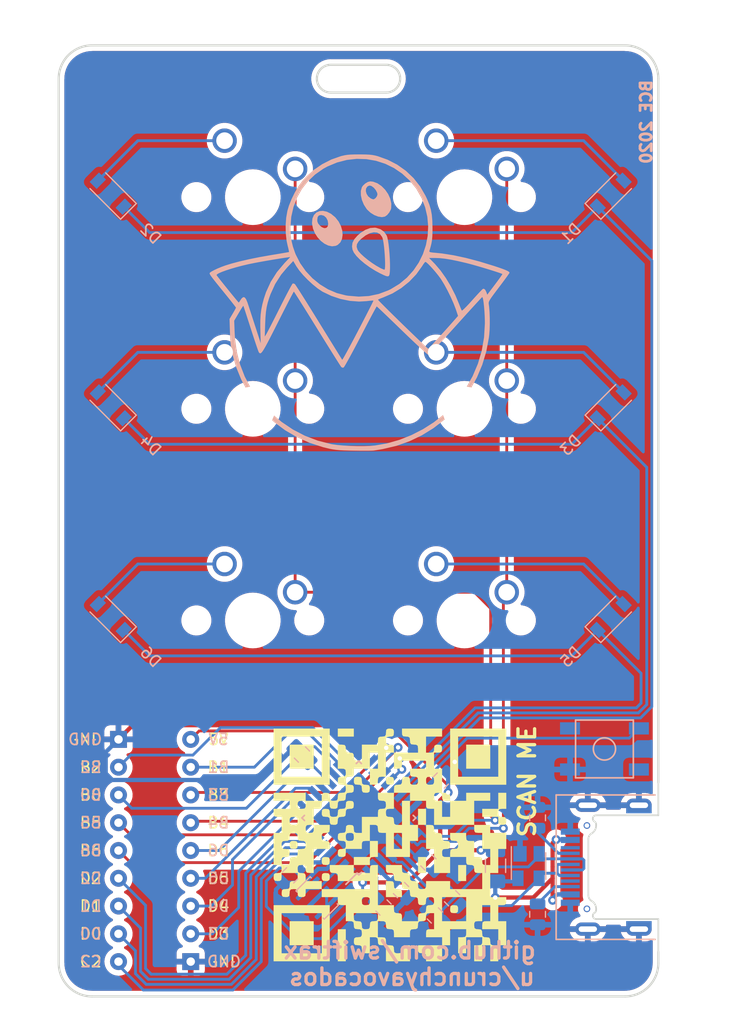
<source format=kicad_pcb>
(kicad_pcb (version 20200119) (host pcbnew "(5.99.0-1351-gc977addfa)")
  (layers (0 "F.Cu" signal) (31 "B.Cu" signal) (34 "B.Paste" user) (35 "F.Paste" user) (36 "B.SilkS" user) (37 "F.SilkS" user) (38 "B.Mask" user) (39 "F.Mask" user) (44 "Edge.Cuts" user))
  (net 0 "")
  (net 1 "GND")
  (net 2 "Net-(C1-Pad1)")
  (net 3 "VCC")
  (net 4 "D-")
  (net 5 "D+")
  (net 6 "Net-(J1-PadB8)")
  (net 7 "Net-(J1-PadA5)")
  (net 8 "Net-(J1-PadB5)")
  (net 9 "Net-(J1-PadA8)")
  (net 10 "Net-(R1-Pad2)")
  (net 11 "Net-(R4-Pad2)")
  (net 12 "Net-(R5-Pad2)")
  (net 13 "Net-(R6-Pad1)")
  (net 14 "Net-(U1-Pad2)")
  (net 15 "Net-(U1-Pad1)")
  (net 16 "5V")
  (net 17 "B6")
  (net 18 "B5")
  (net 19 "B4")
  (net 20 "B3")
  (net 21 "B2")
  (net 22 "B1")
  (net 23 "B0")
  (net 24 "D6")
  (net 25 "D5")
  (net 26 "D4")
  (net 27 "D3")
  (net 28 "D2")
  (net 29 "D1")
  (net 30 "D0")
  (net 31 "C2")
  (net 32 "Net-(D2-Pad2)")
  (net 33 "row0")
  (net 34 "Net-(D3-Pad2)")
  (net 35 "Net-(D4-Pad2)")
  (net 36 "Net-(D5-Pad2)")
  (net 37 "row1")
  (net 38 "Net-(D6-Pad2)")
  (net 39 "row2")
  (net 40 "col0")
  (net 41 "col1")
  (net 42 "Net-(D1-Pad2)")
  (module "proj_local:QRCode" (layer "F.Cu") (at 141.6304 121.6152)
    (fp_text reference "G***")
    (fp_text value "LOGO" hide)
  )
  (module "proj_local:ChickenSilkScreen" (layer "B.Cu") (at 138.8872 72.7964 180)
    (fp_text reference "G***")
    (fp_text value "LOGO" hide)
  )
  (module "proj_local:BreakOutPins" (layer "F.Cu") (at 117.1956 112.1156)
    (fp_text reference "J2")
    (fp_text value "Conn_01x18_Female")
    (fp_text user "5V" (at 9 0 unlocked) (layer "B.SilkS") (effects (justify mirror)))
    (fp_text user "B1" (at 9 2.5 unlocked) (layer "B.SilkS") (effects (justify mirror)))
    (fp_text user "B3" (at 9 5 unlocked) (layer "B.SilkS") (effects (justify mirror)))
    (fp_text user "B4" (at 9 7.5 unlocked) (layer "B.SilkS") (effects (justify mirror)))
    (fp_text user "D6" (at 9 10 unlocked) (layer "B.SilkS") (effects (justify mirror)))
    (fp_text user "D5" (at 9 12.5 unlocked) (layer "B.SilkS") (effects (justify mirror)))
    (fp_text user "D4" (at 9 15 unlocked) (layer "B.SilkS") (effects (justify mirror)))
    (fp_text user "D3" (at 9 17.5 unlocked) (layer "B.SilkS") (effects (justify mirror)))
    (fp_text user "GND" (at 9.5 20 unlocked) (layer "B.SilkS") (effects (justify mirror)))
    (fp_text user "C2" (at -2.5 20 unlocked) (layer "B.SilkS") (effects (justify mirror)))
    (fp_text user "D0" (at -2.5 17.5 unlocked) (layer "B.SilkS") (effects (justify mirror)))
    (fp_text user "D1" (at -2.5 15 unlocked) (layer "B.SilkS") (effects (justify mirror)))
    (fp_text user "D2" (at -2.5 12.5 unlocked) (layer "B.SilkS") (effects (justify mirror)))
    (fp_text user "B6" (at -2.5 10 unlocked) (layer "B.SilkS") (effects (justify mirror)))
    (fp_text user "B5" (at -2.5 7.5 unlocked) (layer "B.SilkS") (effects (justify mirror)))
    (fp_text user "B0" (at -2.5 5 unlocked) (layer "B.SilkS") (effects (justify mirror)))
    (fp_text user "B2" (at -2.5 2.5 unlocked) (layer "B.SilkS") (effects (justify mirror)))
    (fp_text user "GND" (at -3 0 unlocked) (layer "B.SilkS") (effects (justify mirror)))
    (fp_text user "D6" (at 9 10 unlocked) (layer "F.SilkS"))
    (fp_text user "D5" (at 9 12.5 unlocked) (layer "F.SilkS"))
    (fp_text user "D4" (at 9 15 unlocked) (layer "F.SilkS"))
    (fp_text user "D3" (at 9 17.5 unlocked) (layer "F.SilkS"))
    (fp_text user "D2" (at -2.5 12.5 unlocked) (layer "F.SilkS"))
    (fp_text user "D1" (at -2.5 15 unlocked) (layer "F.SilkS"))
    (fp_text user "D0" (at -2.5 17.5 unlocked) (layer "F.SilkS"))
    (fp_text user "C2" (at -2.5 20 unlocked) (layer "F.SilkS"))
    (fp_text user "B6" (at -2.5 10 unlocked) (layer "F.SilkS"))
    (fp_text user "B5" (at -2.5 7.5 unlocked) (layer "F.SilkS"))
    (fp_text user "B4" (at 9 7.5 unlocked) (layer "F.SilkS"))
    (fp_text user "B3" (at 9 5 unlocked) (layer "F.SilkS"))
    (fp_text user "B2" (at -2.5 2.5 unlocked) (layer "F.SilkS"))
    (fp_text user "B1" (at 9 2.5 unlocked) (layer "F.SilkS"))
    (fp_text user "B0" (at -2.5 5 unlocked) (layer "F.SilkS"))
    (fp_text user "5V" (at 9 0 unlocked) (layer "F.SilkS"))
    (fp_text user "GND" (at 9.5 20 unlocked) (layer "F.SilkS"))
    (fp_text user "GND" (at -3 0 unlocked) (layer "F.SilkS"))
    (pad "12" thru_hole circle (at 6.5 5) (size 1.524 1.524) (drill 0.762) (layers *.Cu *.Mask) (net 20 "B3"))
    (pad "10" thru_hole circle (at 6.5 0) (size 1.524 1.524) (drill 0.762) (layers *.Cu *.Mask) (net 16 "5V"))
    (pad "11" thru_hole circle (at 6.5 2.5) (size 1.524 1.524) (drill 0.762) (layers *.Cu *.Mask) (net 22 "B1"))
    (pad "16" thru_hole circle (at 6.5 15) (size 1.524 1.524) (drill 0.762) (layers *.Cu *.Mask) (net 26 "D4"))
    (pad "14" thru_hole circle (at 6.5 10) (size 1.524 1.524) (drill 0.762) (layers *.Cu *.Mask) (net 24 "D6"))
    (pad "15" thru_hole circle (at 6.5 12.5) (size 1.524 1.524) (drill 0.762) (layers *.Cu *.Mask) (net 25 "D5"))
    (pad "17" thru_hole circle (at 6.5 17.5) (size 1.524 1.524) (drill 0.762) (layers *.Cu *.Mask) (net 27 "D3"))
    (pad "18" thru_hole rect (at 6.5 20) (size 1.524 1.524) (drill 0.762) (layers *.Cu *.Mask) (net 1 "GND"))
    (pad "13" thru_hole circle (at 6.5 7.5) (size 1.524 1.524) (drill 0.762) (layers *.Cu *.Mask) (net 19 "B4"))
    (pad "9" thru_hole circle (at 0 20) (size 1.524 1.524) (drill 0.762) (layers *.Cu *.Mask) (net 31 "C2"))
    (pad "8" thru_hole circle (at 0 17.5) (size 1.524 1.524) (drill 0.762) (layers *.Cu *.Mask) (net 30 "D0"))
    (pad "7" thru_hole circle (at 0 15) (size 1.524 1.524) (drill 0.762) (layers *.Cu *.Mask) (net 29 "D1"))
    (pad "6" thru_hole circle (at 0 12.5) (size 1.524 1.524) (drill 0.762) (layers *.Cu *.Mask) (net 28 "D2"))
    (pad "5" thru_hole circle (at 0 10) (size 1.524 1.524) (drill 0.762) (layers *.Cu *.Mask) (net 17 "B6"))
    (pad "4" thru_hole circle (at 0 7.5) (size 1.524 1.524) (drill 0.762) (layers *.Cu *.Mask) (net 18 "B5"))
    (pad "3" thru_hole circle (at 0 5) (size 1.524 1.524) (drill 0.762) (layers *.Cu *.Mask) (net 23 "B0"))
    (pad "2" thru_hole circle (at 0 2.5) (size 1.524 1.524) (drill 0.762) (layers *.Cu *.Mask) (net 21 "B2"))
    (pad "1" thru_hole rect (at 0 0) (size 1.524 1.524) (drill 0.762) (layers *.Cu *.Mask) (net 1 "GND"))
  )
  (module "proj_local:SKQG-1155865" (layer "B.Cu") (at 160.940671 112.975 180)
    (fp_text reference "SW1")
    (fp_text value "SW_Push")
    (pad "4" smd rect (at -3.1 -1.85 180) (size 1.8 1.1) (layers "B.Cu" "B.Paste" "B.Mask"))
    (pad "3" smd rect (at 3.1 1.85 180) (size 1.8 1.1) (layers "B.Cu" "B.Paste" "B.Mask"))
    (pad "2" smd rect (at -3.1 1.85 180) (size 1.8 1.1) (layers "B.Cu" "B.Paste" "B.Mask") (net 10 "Net-(R1-Pad2)"))
    (pad "1" smd rect (at 3.1 -1.85 180) (size 1.8 1.1) (layers "B.Cu" "B.Paste" "B.Mask") (net 1 "GND"))
  )
  (module "Button_Switch_Keyboard:SW_Cherry_MX_1.00u_PCB" (layer "B.Cu") (at 126.746 96.3295 180)
    (fp_text reference "SW7")
    (fp_text value "SW_Push")
    (pad "" np_thru_hole circle (at 2.54 -5.08 180) (size 1.7 1.7) (drill 1.7) (layers *.Cu *.Mask))
    (pad "" np_thru_hole circle (at -7.62 -5.08 180) (size 1.7 1.7) (drill 1.7) (layers *.Cu *.Mask))
    (pad "" np_thru_hole circle (at -2.54 -5.08 180) (size 4 4) (drill 4) (layers *.Cu *.Mask))
    (pad "2" thru_hole circle (at -6.35 -2.54 180) (size 2.2 2.2) (drill 1.5) (layers *.Cu *.Mask) (net 41 "col1"))
    (pad "1" thru_hole circle (at 0 0 180) (size 2.2 2.2) (drill 1.5) (layers *.Cu *.Mask) (net 38 "Net-(D6-Pad2)"))
  )
  (module "Button_Switch_Keyboard:SW_Cherry_MX_1.00u_PCB" (layer "B.Cu") (at 145.796 96.3295 180)
    (fp_text reference "SW6")
    (fp_text value "SW_Push")
    (pad "" np_thru_hole circle (at 2.54 -5.08 180) (size 1.7 1.7) (drill 1.7) (layers *.Cu *.Mask))
    (pad "" np_thru_hole circle (at -7.62 -5.08 180) (size 1.7 1.7) (drill 1.7) (layers *.Cu *.Mask))
    (pad "" np_thru_hole circle (at -2.54 -5.08 180) (size 4 4) (drill 4) (layers *.Cu *.Mask))
    (pad "2" thru_hole circle (at -6.35 -2.54 180) (size 2.2 2.2) (drill 1.5) (layers *.Cu *.Mask) (net 40 "col0"))
    (pad "1" thru_hole circle (at 0 0 180) (size 2.2 2.2) (drill 1.5) (layers *.Cu *.Mask) (net 36 "Net-(D5-Pad2)"))
  )
  (module "Button_Switch_Keyboard:SW_Cherry_MX_1.00u_PCB" (layer "B.Cu") (at 126.746 77.2795 180)
    (fp_text reference "SW5")
    (fp_text value "SW_Push")
    (pad "" np_thru_hole circle (at 2.54 -5.08 180) (size 1.7 1.7) (drill 1.7) (layers *.Cu *.Mask))
    (pad "" np_thru_hole circle (at -7.62 -5.08 180) (size 1.7 1.7) (drill 1.7) (layers *.Cu *.Mask))
    (pad "" np_thru_hole circle (at -2.54 -5.08 180) (size 4 4) (drill 4) (layers *.Cu *.Mask))
    (pad "2" thru_hole circle (at -6.35 -2.54 180) (size 2.2 2.2) (drill 1.5) (layers *.Cu *.Mask) (net 41 "col1"))
    (pad "1" thru_hole circle (at 0 0 180) (size 2.2 2.2) (drill 1.5) (layers *.Cu *.Mask) (net 35 "Net-(D4-Pad2)"))
  )
  (module "Button_Switch_Keyboard:SW_Cherry_MX_1.00u_PCB" (layer "B.Cu") (at 145.796 77.2795 180)
    (fp_text reference "SW4")
    (fp_text value "SW_Push")
    (pad "" np_thru_hole circle (at 2.54 -5.08 180) (size 1.7 1.7) (drill 1.7) (layers *.Cu *.Mask))
    (pad "" np_thru_hole circle (at -7.62 -5.08 180) (size 1.7 1.7) (drill 1.7) (layers *.Cu *.Mask))
    (pad "" np_thru_hole circle (at -2.54 -5.08 180) (size 4 4) (drill 4) (layers *.Cu *.Mask))
    (pad "2" thru_hole circle (at -6.35 -2.54 180) (size 2.2 2.2) (drill 1.5) (layers *.Cu *.Mask) (net 40 "col0"))
    (pad "1" thru_hole circle (at 0 0 180) (size 2.2 2.2) (drill 1.5) (layers *.Cu *.Mask) (net 34 "Net-(D3-Pad2)"))
  )
  (module "Button_Switch_Keyboard:SW_Cherry_MX_1.00u_PCB" (layer "B.Cu") (at 126.746 58.2295 180)
    (fp_text reference "SW3")
    (fp_text value "SW_Push")
    (pad "" np_thru_hole circle (at 2.54 -5.08 180) (size 1.7 1.7) (drill 1.7) (layers *.Cu *.Mask))
    (pad "" np_thru_hole circle (at -7.62 -5.08 180) (size 1.7 1.7) (drill 1.7) (layers *.Cu *.Mask))
    (pad "" np_thru_hole circle (at -2.54 -5.08 180) (size 4 4) (drill 4) (layers *.Cu *.Mask))
    (pad "2" thru_hole circle (at -6.35 -2.54 180) (size 2.2 2.2) (drill 1.5) (layers *.Cu *.Mask) (net 41 "col1"))
    (pad "1" thru_hole circle (at 0 0 180) (size 2.2 2.2) (drill 1.5) (layers *.Cu *.Mask) (net 32 "Net-(D2-Pad2)"))
  )
  (module "Button_Switch_Keyboard:SW_Cherry_MX_1.00u_PCB" (layer "B.Cu") (at 145.796 58.2295 180)
    (fp_text reference "SW2")
    (fp_text value "SW_Push")
    (pad "" np_thru_hole circle (at 2.54 -5.08 180) (size 1.7 1.7) (drill 1.7) (layers *.Cu *.Mask))
    (pad "" np_thru_hole circle (at -7.62 -5.08 180) (size 1.7 1.7) (drill 1.7) (layers *.Cu *.Mask))
    (pad "" np_thru_hole circle (at -2.54 -5.08 180) (size 4 4) (drill 4) (layers *.Cu *.Mask))
    (pad "2" thru_hole circle (at -6.35 -2.54 180) (size 2.2 2.2) (drill 1.5) (layers *.Cu *.Mask) (net 40 "col0"))
    (pad "1" thru_hole circle (at 0 0 180) (size 2.2 2.2) (drill 1.5) (layers *.Cu *.Mask) (net 42 "Net-(D1-Pad2)"))
  )
  (module "Diode_SMD:D_SOD-123" (layer "B.Cu") (at 116.5 101.1 135)
    (fp_text reference "D6" (at -5.08 0 135) (layer "B.SilkS") (effects (justify mirror)))
    (fp_text value "D")
    (pad "2" smd rect (at 1.65 0 135) (size 0.9 1.2) (layers "B.Cu" "B.Paste" "B.Mask") (net 38 "Net-(D6-Pad2)"))
    (pad "1" smd rect (at -1.65 0 135) (size 0.9 1.2) (layers "B.Cu" "B.Paste" "B.Mask") (net 39 "row2"))
  )
  (module "Diode_SMD:D_SOD-123" (layer "B.Cu") (at 161.5 101.1 45)
    (fp_text reference "D5" (at -5.08 0 45) (layer "B.SilkS") (effects (justify mirror)))
    (fp_text value "D")
    (pad "2" smd rect (at 1.65 0 45) (size 0.9 1.2) (layers "B.Cu" "B.Paste" "B.Mask") (net 36 "Net-(D5-Pad2)"))
    (pad "1" smd rect (at -1.65 0 45) (size 0.9 1.2) (layers "B.Cu" "B.Paste" "B.Mask") (net 39 "row2"))
  )
  (module "Diode_SMD:D_SOD-123" (layer "B.Cu") (at 116.5 82.05 135)
    (fp_text reference "D4" (at -5.08 0 135) (layer "B.SilkS") (effects (justify mirror)))
    (fp_text value "D")
    (pad "2" smd rect (at 1.65 0 135) (size 0.9 1.2) (layers "B.Cu" "B.Paste" "B.Mask") (net 35 "Net-(D4-Pad2)"))
    (pad "1" smd rect (at -1.65 0 135) (size 0.9 1.2) (layers "B.Cu" "B.Paste" "B.Mask") (net 37 "row1"))
  )
  (module "Diode_SMD:D_SOD-123" (layer "B.Cu") (at 161.5 82.05 45)
    (fp_text reference "D3" (at -5.08 0 45) (layer "B.SilkS") (effects (justify mirror)))
    (fp_text value "D")
    (pad "2" smd rect (at 1.65 0 45) (size 0.9 1.2) (layers "B.Cu" "B.Paste" "B.Mask") (net 34 "Net-(D3-Pad2)"))
    (pad "1" smd rect (at -1.65 0 45) (size 0.9 1.2) (layers "B.Cu" "B.Paste" "B.Mask") (net 37 "row1"))
  )
  (module "Diode_SMD:D_SOD-123" (layer "B.Cu") (at 116.5 63 135)
    (fp_text reference "D2" (at -5.08 0 135) (layer "B.SilkS") (effects (justify mirror)))
    (fp_text value "D")
    (pad "2" smd rect (at 1.65 0 135) (size 0.9 1.2) (layers "B.Cu" "B.Paste" "B.Mask") (net 32 "Net-(D2-Pad2)"))
    (pad "1" smd rect (at -1.65 0 135) (size 0.9 1.2) (layers "B.Cu" "B.Paste" "B.Mask") (net 33 "row0"))
  )
  (module "Diode_SMD:D_SOD-123" (layer "B.Cu") (at 161.5 63 45)
    (fp_text reference "D1" (at -5.08 0 45) (layer "B.SilkS") (effects (justify mirror)))
    (fp_text value "D")
    (pad "2" smd rect (at 1.65 0 45) (size 0.9 1.2) (layers "B.Cu" "B.Paste" "B.Mask") (net 42 "Net-(D1-Pad2)"))
    (pad "1" smd rect (at -1.65 0 45) (size 0.9 1.2) (layers "B.Cu" "B.Paste" "B.Mask") (net 33 "row0"))
  )
  (module "proj_local:Resonator_SMD_muRata_CSTxExxV-3Pin_3.0x1.1mm_HandSoldering_Compact" (layer "B.Cu") (at 135.083471 126.3862 135)
    (fp_text reference "Y1" hide)
    (fp_text value "16MHz" hide)
    (pad "1" smd roundrect (at -1.2 0 135) (size 0.4 2.8) (layers "B.Cu" "B.Paste" "B.Mask") (net 15 "Net-(U1-Pad1)"))
    (pad "2" smd roundrect (at 0 0 135) (size 0.4 2.8) (layers "B.Cu" "B.Paste" "B.Mask") (net 1 "GND"))
    (pad "3" smd roundrect (at 1.2 0 135) (size 0.4 2.8) (layers "B.Cu" "B.Paste" "B.Mask") (net 14 "Net-(U1-Pad2)"))
  )
  (module "Package_QFP:TQFP-32_7x7mm_P0.8mm" (layer "B.Cu") (at 138.829971 119.1853 45)
    (fp_text reference "U1")
    (fp_text value "ATmega32U2-AU")
    (pad "32" smd rect (at -2.8 4.25 315) (size 1.6 0.55) (layers "B.Cu" "B.Paste" "B.Mask") (net 16 "5V"))
    (pad "31" smd rect (at -2 4.25 315) (size 1.6 0.55) (layers "B.Cu" "B.Paste" "B.Mask") (net 16 "5V"))
    (pad "30" smd rect (at -1.2 4.25 315) (size 1.6 0.55) (layers "B.Cu" "B.Paste" "B.Mask") (net 12 "Net-(R5-Pad2)"))
    (pad "29" smd rect (at -0.4 4.25 315) (size 1.6 0.55) (layers "B.Cu" "B.Paste" "B.Mask") (net 11 "Net-(R4-Pad2)"))
    (pad "28" smd rect (at 0.4 4.25 315) (size 1.6 0.55) (layers "B.Cu" "B.Paste" "B.Mask") (net 1 "GND"))
    (pad "27" smd rect (at 1.2 4.25 315) (size 1.6 0.55) (layers "B.Cu" "B.Paste" "B.Mask") (net 2 "Net-(C1-Pad1)"))
    (pad "26" smd rect (at 2 4.25 315) (size 1.6 0.55) (layers "B.Cu" "B.Paste" "B.Mask") (net 40 "col0"))
    (pad "25" smd rect (at 2.8 4.25 315) (size 1.6 0.55) (layers "B.Cu" "B.Paste" "B.Mask") (net 41 "col1"))
    (pad "24" smd rect (at 4.25 2.8 45) (size 1.6 0.55) (layers "B.Cu" "B.Paste" "B.Mask") (net 10 "Net-(R1-Pad2)"))
    (pad "23" smd rect (at 4.25 2 45) (size 1.6 0.55) (layers "B.Cu" "B.Paste" "B.Mask") (net 33 "row0"))
    (pad "22" smd rect (at 4.25 1.2 45) (size 1.6 0.55) (layers "B.Cu" "B.Paste" "B.Mask") (net 37 "row1"))
    (pad "21" smd rect (at 4.25 0.4 45) (size 1.6 0.55) (layers "B.Cu" "B.Paste" "B.Mask") (net 39 "row2"))
    (pad "20" smd rect (at 4.25 -0.4 45) (size 1.6 0.55) (layers "B.Cu" "B.Paste" "B.Mask") (net 17 "B6"))
    (pad "19" smd rect (at 4.25 -1.2 45) (size 1.6 0.55) (layers "B.Cu" "B.Paste" "B.Mask") (net 18 "B5"))
    (pad "18" smd rect (at 4.25 -2 45) (size 1.6 0.55) (layers "B.Cu" "B.Paste" "B.Mask") (net 19 "B4"))
    (pad "17" smd rect (at 4.25 -2.8 45) (size 1.6 0.55) (layers "B.Cu" "B.Paste" "B.Mask") (net 20 "B3"))
    (pad "16" smd rect (at 2.8 -4.25 315) (size 1.6 0.55) (layers "B.Cu" "B.Paste" "B.Mask") (net 21 "B2"))
    (pad "15" smd rect (at 2 -4.25 315) (size 1.6 0.55) (layers "B.Cu" "B.Paste" "B.Mask") (net 22 "B1"))
    (pad "14" smd rect (at 1.2 -4.25 315) (size 1.6 0.55) (layers "B.Cu" "B.Paste" "B.Mask") (net 23 "B0"))
    (pad "13" smd rect (at 0.4 -4.25 315) (size 1.6 0.55) (layers "B.Cu" "B.Paste" "B.Mask") (net 13 "Net-(R6-Pad1)"))
    (pad "12" smd rect (at -0.4 -4.25 315) (size 1.6 0.55) (layers "B.Cu" "B.Paste" "B.Mask") (net 24 "D6"))
    (pad "11" smd rect (at -1.2 -4.25 315) (size 1.6 0.55) (layers "B.Cu" "B.Paste" "B.Mask") (net 25 "D5"))
    (pad "10" smd rect (at -2 -4.25 315) (size 1.6 0.55) (layers "B.Cu" "B.Paste" "B.Mask") (net 26 "D4"))
    (pad "9" smd rect (at -2.8 -4.25 315) (size 1.6 0.55) (layers "B.Cu" "B.Paste" "B.Mask") (net 27 "D3"))
    (pad "8" smd rect (at -4.25 -2.8 45) (size 1.6 0.55) (layers "B.Cu" "B.Paste" "B.Mask") (net 28 "D2"))
    (pad "7" smd rect (at -4.25 -2 45) (size 1.6 0.55) (layers "B.Cu" "B.Paste" "B.Mask") (net 29 "D1"))
    (pad "6" smd rect (at -4.25 -1.2 45) (size 1.6 0.55) (layers "B.Cu" "B.Paste" "B.Mask") (net 30 "D0"))
    (pad "5" smd rect (at -4.25 -0.4 45) (size 1.6 0.55) (layers "B.Cu" "B.Paste" "B.Mask") (net 31 "C2"))
    (pad "4" smd rect (at -4.25 0.4 45) (size 1.6 0.55) (layers "B.Cu" "B.Paste" "B.Mask") (net 16 "5V"))
    (pad "3" smd rect (at -4.25 1.2 45) (size 1.6 0.55) (layers "B.Cu" "B.Paste" "B.Mask") (net 1 "GND"))
    (pad "2" smd rect (at -4.25 2 45) (size 1.6 0.55) (layers "B.Cu" "B.Paste" "B.Mask") (net 14 "Net-(U1-Pad2)"))
    (pad "1" smd rect (at -4.25 2.8 45) (size 1.6 0.55) (layers "B.Cu" "B.Paste" "B.Mask") (net 15 "Net-(U1-Pad1)"))
  )
  (module "Resistor_SMD:R_0805_2012Metric" (layer "B.Cu") (at 133.711871 113.483 135)
    (fp_text reference "R6")
    (fp_text value "10k")
    (pad "2" smd roundrect (at 0.9375 0 135) (size 0.975 1.4) (layers "B.Cu" "B.Paste" "B.Mask") (net 1 "GND"))
    (pad "1" smd roundrect (at -0.9375 0 135) (size 0.975 1.4) (layers "B.Cu" "B.Paste" "B.Mask") (net 13 "Net-(R6-Pad1)"))
  )
  (module "Resistor_SMD:R_0805_2012Metric" (layer "B.Cu") (at 147.224671 126.4116 135)
    (fp_text reference "R4")
    (fp_text value "22")
    (pad "2" smd roundrect (at 0.9375 0 135) (size 0.975 1.4) (layers "B.Cu" "B.Paste" "B.Mask") (net 11 "Net-(R4-Pad2)"))
    (pad "1" smd roundrect (at -0.9375 0 135) (size 0.975 1.4) (layers "B.Cu" "B.Paste" "B.Mask") (net 5 "D+"))
  )
  (module "Resistor_SMD:R_0805_2012Metric" (layer "B.Cu") (at 145.675271 127.961 135)
    (fp_text reference "R5")
    (fp_text value "22")
    (pad "2" smd roundrect (at 0.9375 0 135) (size 0.975 1.4) (layers "B.Cu" "B.Paste" "B.Mask") (net 12 "Net-(R5-Pad2)"))
    (pad "1" smd roundrect (at -0.9375 0 135) (size 0.975 1.4) (layers "B.Cu" "B.Paste" "B.Mask") (net 4 "D-"))
  )
  (module "Resistor_SMD:R_0805_2012Metric" (layer "B.Cu") (at 154.920871 127.8594 -90)
    (fp_text reference "R3")
    (fp_text value "5.1k")
    (pad "2" smd roundrect (at 0.9375 0 270) (size 0.975 1.4) (layers "B.Cu" "B.Paste" "B.Mask") (net 1 "GND"))
    (pad "1" smd roundrect (at -0.9375 0 270) (size 0.975 1.4) (layers "B.Cu" "B.Paste" "B.Mask") (net 8 "Net-(J1-PadB5)"))
  )
  (module "Resistor_SMD:R_0805_2012Metric" (layer "B.Cu") (at 154.920871 119.1726 90)
    (fp_text reference "R2")
    (fp_text value "5.1k")
    (pad "2" smd roundrect (at 0.9375 0 90) (size 0.975 1.4) (layers "B.Cu" "B.Paste" "B.Mask") (net 1 "GND"))
    (pad "1" smd roundrect (at -0.9375 0 90) (size 0.975 1.4) (layers "B.Cu" "B.Paste" "B.Mask") (net 7 "Net-(J1-PadA5)"))
  )
  (module "Resistor_SMD:R_0805_2012Metric" (layer "B.Cu") (at 146.208671 115.8198 -135)
    (fp_text reference "R1")
    (fp_text value "10k")
    (pad "2" smd roundrect (at 0.9375 0 225) (size 0.975 1.4) (layers "B.Cu" "B.Paste" "B.Mask") (net 10 "Net-(R1-Pad2)"))
    (pad "1" smd roundrect (at -0.9375 0 225) (size 0.975 1.4) (layers "B.Cu" "B.Paste" "B.Mask") (net 16 "5V"))
  )
  (module "usb-type-c:Mid_Mount-USB_C_HandSoldering" (layer "B.Cu") (at 165.792071 123.6176)
    (fp_text reference "J1")
    (fp_text value "USB2_C_Receptacle")
    (fp_arc (start -5.6 -4.37) (end -5.6 -4.67) (angle -150) (layer "Edge.Cuts") (width 0.15))
    (fp_arc (start -5.9 -3.850384) (end -5.6 -3.850384) (angle -60) (layer "Edge.Cuts") (width 0.15))
    (fp_arc (start -5.73 -2.537565) (end -6.3 -2.537565) (angle 60) (layer "Edge.Cuts") (width 0.15))
    (fp_arc (start -5.73 2.537565) (end -6.3 2.537565) (angle -60) (layer "Edge.Cuts") (width 0.15))
    (fp_arc (start -5.9 3.850384) (end -5.6 3.850384) (angle 60) (layer "Edge.Cuts") (width 0.15))
    (fp_arc (start -5.6 4.37) (end -5.6 4.67) (angle 150) (layer "Edge.Cuts") (width 0.15))
    (fp_arc (start -6.43 -3.75) (end -5.6 -3.75) (angle 60) (layer "Edge.Cuts") (width 0.15))
    (fp_arc (start -6.43 3.75) (end -5.6 3.75) (angle -60) (layer "Edge.Cuts") (width 0.15))
    (fp_line (start -5.6 3.850384) (end -5.6 3.75) (layer "Edge.Cuts") (width 0.15))
    (fp_line (start -6.3 -2.537566) (end -6.3 2.537566) (layer "Edge.Cuts") (width 0.15))
    (fp_line (start 0 -7.62) (end 0 -4.67) (layer "Edge.Cuts") (width 0.15))
    (fp_line (start 0 -4.67) (end -5.6 -4.67) (layer "Edge.Cuts") (width 0.15))
    (fp_line (start -5.6 -3.850384) (end -5.6 -3.75) (layer "Edge.Cuts") (width 0.15))
    (fp_line (start -5.6 4.67) (end 0 4.67) (layer "Edge.Cuts") (width 0.15))
    (fp_line (start 0 4.67) (end 0 7.62) (layer "Edge.Cuts") (width 0.15))
    (pad "S1" smd rect (at -1.75 -5.2 270) (size 0.7 2.3) (layers "B.Cu" "B.Mask") (net 1 "GND"))
    (pad "S1" smd rect (at -1.75 5.2 270) (size 0.7 2.3) (layers "B.Cu" "B.Mask") (net 1 "GND"))
    (pad "S1" thru_hole oval (at -6.35 -5.575 270) (size 1.2 2.3) (drill oval 0.5 1.65) (layers *.Cu *.Mask) (net 1 "GND"))
    (pad "S1" thru_hole oval (at -6.35 5.575 270) (size 1.2 2.3) (drill oval 0.5 1.65) (layers *.Cu *.Mask) (net 1 "GND"))
    (pad "S1" thru_hole oval (at -1.75 -5.575 270) (size 1.2 2.3) (drill oval 0.5 1.65) (layers *.Cu *.Mask) (net 1 "GND"))
    (pad "S1" thru_hole oval (at -1.75 5.575 270) (size 1.2 2.3) (drill oval 0.5 1.65) (layers *.Cu *.Mask) (net 1 "GND"))
    (pad "" np_thru_hole circle (at -6.43 -3.75 270) (size 0.6 0.6) (drill 0.4) (layers *.Cu *.Mask))
    (pad "" np_thru_hole circle (at -6.43 3.75 270) (size 0.6 0.6) (drill 0.4) (layers *.Cu *.Mask))
    (pad "A1B12" smd rect (at -7.93 -3.2 270) (size 0.55 1.7) (layers "B.Cu" "B.Paste" "B.Mask") (net 1 "GND"))
    (pad "B1A12" smd rect (at -7.93 3.2 270) (size 0.55 1.7) (layers "B.Cu" "B.Paste" "B.Mask") (net 1 "GND"))
    (pad "A4B9" smd rect (at -7.93 -2.45 270) (size 0.55 1.7) (layers "B.Cu" "B.Paste" "B.Mask") (net 3 "VCC"))
    (pad "B8" smd rect (at -7.93 -1.75 270) (size 0.3 1.7) (layers "B.Cu" "B.Paste" "B.Mask") (net 6 "Net-(J1-PadB8)"))
    (pad "A5" smd rect (at -7.93 -1.25 270) (size 0.3 1.7) (layers "B.Cu" "B.Paste" "B.Mask") (net 7 "Net-(J1-PadA5)"))
    (pad "B7" smd rect (at -7.93 -0.75 270) (size 0.3 1.7) (layers "B.Cu" "B.Paste" "B.Mask") (net 4 "D-"))
    (pad "B4A9" smd rect (at -7.93 2.45 270) (size 0.55 1.7) (layers "B.Cu" "B.Paste" "B.Mask") (net 3 "VCC"))
    (pad "B5" smd rect (at -7.93 1.75 270) (size 0.3 1.7) (layers "B.Cu" "B.Paste" "B.Mask") (net 8 "Net-(J1-PadB5)"))
    (pad "A8" smd rect (at -7.93 1.25 270) (size 0.3 1.7) (layers "B.Cu" "B.Paste" "B.Mask") (net 9 "Net-(J1-PadA8)"))
    (pad "B6" smd rect (at -7.93 0.75 270) (size 0.3 1.7) (layers "B.Cu" "B.Paste" "B.Mask") (net 5 "D+"))
    (pad "A7" smd rect (at -7.93 0.25 270) (size 0.3 1.7) (layers "B.Cu" "B.Paste" "B.Mask") (net 4 "D-"))
    (pad "A6" smd rect (at -7.93 -0.25 270) (size 0.3 1.7) (layers "B.Cu" "B.Paste" "B.Mask") (net 5 "D+"))
  )
  (module "Fuse:Fuse_1206_3216Metric" (layer "B.Cu") (at 151.136271 123.4906 90)
    (fp_text reference "F1")
    (fp_text value "500mA")
    (pad "2" smd roundrect (at 1.4 0 90) (size 1.25 1.75) (layers "B.Cu" "B.Paste" "B.Mask") (roundrect_rratio 0.2) (net 16 "5V"))
    (pad "1" smd roundrect (at -1.4 0 90) (size 1.25 1.75) (layers "B.Cu" "B.Paste" "B.Mask") (roundrect_rratio 0.2) (net 3 "VCC"))
  )
  (module "Package_TO_SOT_SMD:SOT-143" (layer "B.Cu") (at 154.108071 123.516 -90)
    (fp_text reference "D7")
    (fp_text value "PRTR5V0U2X")
    (pad "4" smd rect (at 1.1 0.95) (size 1 1.4) (layers "B.Cu" "B.Paste" "B.Mask") (net 3 "VCC"))
    (pad "3" smd rect (at 1.1 -0.95) (size 1 1.4) (layers "B.Cu" "B.Paste" "B.Mask") (net 5 "D+"))
    (pad "2" smd rect (at -1.1 -0.95) (size 1 1.4) (layers "B.Cu" "B.Paste" "B.Mask") (net 4 "D-"))
    (pad "1" smd rect (at -1.1 0.77) (size 1.2 1.4) (layers "B.Cu" "B.Paste" "B.Mask") (net 1 "GND"))
  )
  (module "Capacitor_SMD:C_0805_2012Metric" (layer "B.Cu") (at 141.052471 127.2498 -45)
    (fp_text reference "C4")
    (fp_text value "4.7uF")
    (pad "2" smd roundrect (at 0.9375 0 315) (size 0.975 1.4) (layers "B.Cu" "B.Paste" "B.Mask") (net 1 "GND"))
    (pad "1" smd roundrect (at -0.9375 0 315) (size 0.975 1.4) (layers "B.Cu" "B.Paste" "B.Mask") (net 16 "5V"))
  )
  (module "Capacitor_SMD:C_0805_2012Metric" (layer "B.Cu") (at 132.645071 124.3542 -135)
    (fp_text reference "C3")
    (fp_text value "0.1uF")
    (pad "2" smd roundrect (at 0.9375 0 225) (size 0.975 1.4) (layers "B.Cu" "B.Paste" "B.Mask") (net 1 "GND"))
    (pad "1" smd roundrect (at -0.9375 0 225) (size 0.975 1.4) (layers "B.Cu" "B.Paste" "B.Mask") (net 16 "5V"))
  )
  (module "Capacitor_SMD:C_0805_2012Metric" (layer "B.Cu") (at 142.627271 125.675 -45)
    (fp_text reference "C2")
    (fp_text value "0.1uF")
    (pad "2" smd roundrect (at 0.9375 0 315) (size 0.975 1.4) (layers "B.Cu" "B.Paste" "B.Mask") (net 1 "GND"))
    (pad "1" smd roundrect (at -0.9375 0 315) (size 0.975 1.4) (layers "B.Cu" "B.Paste" "B.Mask") (net 16 "5V"))
  )
  (module "Capacitor_SMD:C_0805_2012Metric" (layer "B.Cu") (at 145.091071 123.1858 -45)
    (fp_text reference "C1")
    (fp_text value "1uF")
    (pad "2" smd roundrect (at 0.9375 0 315) (size 0.975 1.4) (layers "B.Cu" "B.Paste" "B.Mask") (net 1 "GND"))
    (pad "1" smd roundrect (at -0.9375 0 315) (size 0.975 1.4) (layers "B.Cu" "B.Paste" "B.Mask") (net 2 "Net-(C1-Pad1)"))
  )
  (gr_text "BCE 2020" (at 164.6936 56.5404 90) (layer "B.SilkS") (effects (font (size 1 1) (thickness 0.25)) (justify mirror)))
  (gr_text "SCAN ME" (at 153.9748 115.8748 90) (layer "F.SilkS") (effects (font (size 1.5 1.5) (thickness 0.3))))
  (gr_text "u/crunchyavocados\n" (at 143.6116 133.5024) (layer "B.SilkS") (effects (font (size 1.5 1.5) (thickness 0.3)) (justify mirror)))
  (gr_text "github.com/swiftrax" (at 143.4084 131.1148) (layer "B.SilkS") (effects (font (size 1.5 1.5) (thickness 0.3)) (justify mirror)))
  (gr_line (start 165.792071 115.9976) (end 165.792071 52.65) (layer "Edge.Cuts") (width 0.2))
  (gr_line (start 165.792071 132.25) (end 165.792071 131.2376) (layer "Edge.Cuts") (width 0.2))
  (gr_line (start 162.792071 135.25) (end 114.812071 135.25) (layer "Edge.Cuts") (width 0.2))
  (gr_arc (start 114.812071 52.650001) (end 114.81207 49.65) (angle -90) (layer "Edge.Cuts") (width 0.2))
  (gr_arc (start 136.302071 52.65) (end 136.302071 51.4) (angle -180) (layer "Edge.Cuts") (width 0.2))
  (gr_line (start 141.302071 53.9) (end 136.302071 53.9) (layer "Edge.Cuts") (width 0.2))
  (gr_arc (start 162.792071 52.65) (end 165.792071 52.65) (angle -90) (layer "Edge.Cuts") (width 0.2))
  (gr_arc (start 141.302071 52.65) (end 141.302071 53.9) (angle -180) (layer "Edge.Cuts") (width 0.2))
  (gr_arc (start 114.81207 132.250001) (end 111.812071 132.250001) (angle -90) (layer "Edge.Cuts") (width 0.2))
  (gr_line (start 111.812071 132.250001) (end 111.812071 52.65) (layer "Edge.Cuts") (width 0.2))
  (gr_arc (start 162.792071 132.25) (end 162.792071 135.25) (angle -90) (layer "Edge.Cuts") (width 0.2))
  (gr_line (start 114.81207 49.65) (end 162.792071 49.65) (layer "Edge.Cuts") (width 0.2))
  (gr_line (start 136.302071 51.4) (end 141.302071 51.4) (layer "Edge.Cuts") (width 0.2))
  (segment (start 134.029898 111.5568) (end 134.296866 111.5568) (width 0.254) (layer "B.Cu") (net 22))
  (segment (start 134.296866 111.5568) (end 134.496396 111.75633) (width 0.254) (layer "B.Cu") (net 22))
  (segment (start 134.496396 111.75633) (end 137.238981 114.498915) (width 0.254) (layer "B.Cu") (net 22))
  (segment (start 137.238981 114.498915) (end 137.238981 114.765883) (width 0.254) (layer "B.Cu") (net 22))
  (segment (start 136.151831 114.470546) (end 136.151831 114.053831) (width 0.254) (layer "B.Cu") (net 23))
  (segment (start 134.244939 112.776) (end 133.938783 113.082156) (width 0.254) (layer "B.Cu") (net 23))
  (segment (start 136.151831 114.053831) (end 134.874 112.776) (width 0.254) (layer "B.Cu") (net 23))
  (segment (start 134.874 112.776) (end 134.244939 112.776) (width 0.254) (layer "B.Cu") (net 23))
  (segment (start 132.4864 111.5568) (end 134.029898 111.5568) (width 0.254) (layer "B.Cu") (net 22))
  (segment (start 132.08 111.9632) (end 129.4276 114.6156) (width 0.254) (layer "B.Cu") (net 22))
  (segment (start 132.28687 111.75633) (end 132.08 111.9632) (width 0.254) (layer "B.Cu") (net 22))
  (segment (start 132.4864 111.5568) (end 132.08 111.9632) (width 0.254) (layer "B.Cu") (net 22))
  (segment (start 137.804666 114.200197) (end 135.220835 111.616365) (width 0.254) (layer "B.Cu") (net 21))
  (segment (start 135.220835 111.616365) (end 135.220835 111.598835) (width 0.254) (layer "B.Cu") (net 21))
  (segment (start 135.220835 111.598835) (end 134.6708 111.0488) (width 0.254) (layer "B.Cu") (net 21))
  (segment (start 125.950461 111.472461) (end 123.896323 113.526599) (width 0.254) (layer "B.Cu") (net 21))
  (segment (start 134.6708 111.0488) (end 126.374122 111.0488) (width 0.254) (layer "B.Cu") (net 21))
  (segment (start 126.374122 111.0488) (end 125.950461 111.472461) (width 0.254) (layer "B.Cu") (net 21))
  (segment (start 117.1956 112.1156) (end 116.043099 113.268101) (width 0.381) (layer "B.Cu") (net 1))
  (segment (start 116.043099 113.268101) (end 116.043099 115.168801) (width 0.381) (layer "B.Cu") (net 1))
  (segment (start 116.043099 115.168801) (end 116.642399 115.768101) (width 0.381) (layer "B.Cu") (net 1))
  (segment (start 116.642399 115.768101) (end 130.100944 115.768101) (width 0.381) (layer "B.Cu") (net 1))
  (segment (start 130.100944 115.768101) (end 133.048958 112.820087) (width 0.381) (layer "B.Cu") (net 1))
  (segment (start 148.1498 114.825) (end 147.464495 114.139695) (width 0.381) (layer "B.Cu") (net 1))
  (segment (start 157.840671 114.825) (end 148.1498 114.825) (width 0.381) (layer "B.Cu") (net 1))
  (via (at 147.464495 114.139695) (size 0.8) (drill 0.4) (layers "F.Cu" "B.Cu") (net 1))
  (segment (start 147.464495 114.139695) (end 144.160891 110.836091) (width 0.381) (layer "F.Cu") (net 1))
  (segment (start 144.160891 110.836091) (end 118.475109 110.836091) (width 0.381) (layer "F.Cu") (net 1))
  (segment (start 118.475109 110.836091) (end 117.1956 112.1156) (width 0.381) (layer "F.Cu") (net 1))
  (segment (start 146.869071 116.8866) (end 146.869071 116.266464) (width 0.254) (layer "F.Cu") (net 16))
  (segment (start 146.869071 116.266464) (end 141.956208 111.353601) (width 0.254) (layer "F.Cu") (net 16))
  (segment (start 141.956208 111.353601) (end 124.457599 111.353601) (width 0.254) (layer "F.Cu") (net 16))
  (segment (start 124.457599 111.353601) (end 123.6956 112.1156) (width 0.254) (layer "F.Cu") (net 16))
  (segment (start 123.896323 113.526599) (end 118.284601 113.526599) (width 0.254) (layer "B.Cu") (net 21))
  (segment (start 118.284601 113.526599) (end 117.1956 114.6156) (width 0.254) (layer "B.Cu") (net 21))
  (segment (start 129.4276 114.6156) (end 123.6956 114.6156) (width 0.254) (layer "B.Cu") (net 22))
  (segment (start 136.151831 114.810104) (end 136.151831 114.470546) (width 0.254) (layer "B.Cu") (net 23))
  (segment (start 133.938783 113.082156) (end 128.707739 118.3132) (width 0.254) (layer "B.Cu") (net 23))
  (segment (start 136.673295 115.331568) (end 136.151831 114.810104) (width 0.254) (layer "B.Cu") (net 23))
  (segment (start 118.3932 118.3132) (end 117.1956 117.1156) (width 0.254) (layer "B.Cu") (net 23))
  (segment (start 128.707739 118.3132) (end 118.3932 118.3132) (width 0.254) (layer "B.Cu") (net 23))
  (segment (start 141.297206 112.874135) (end 137.280541 116.8908) (width 0.254) (layer "F.Cu") (net 20))
  (segment (start 137.280541 116.8908) (end 123.9204 116.8908) (width 0.254) (layer "F.Cu") (net 20))
  (segment (start 123.9204 116.8908) (end 123.6956 117.1156) (width 0.254) (layer "F.Cu") (net 20))
  (segment (start 142.128785 112.836415) (end 142.024207 112.940993) (width 0.254) (layer "F.Cu") (net 19))
  (segment (start 142.024207 112.940993) (end 142.024207 113.223096) (width 0.254) (layer "F.Cu") (net 19))
  (segment (start 142.36306 112.836415) (end 142.128785 112.836415) (width 0.254) (layer "F.Cu") (net 19))
  (segment (start 142.024207 113.223096) (end 135.765703 119.4816) (width 0.254) (layer "F.Cu") (net 19))
  (segment (start 135.765703 119.4816) (end 123.8296 119.4816) (width 0.254) (layer "F.Cu") (net 19))
  (segment (start 123.8296 119.4816) (end 123.6956 119.6156) (width 0.254) (layer "F.Cu") (net 19))
  (segment (start 142.512912 113.825126) (end 138.075019 118.263019) (width 0.254) (layer "F.Cu") (net 18))
  (segment (start 117.1956 119.6156) (end 118.284601 120.704601) (width 0.254) (layer "F.Cu") (net 18))
  (segment (start 118.284601 120.704601) (end 135.633437 120.704601) (width 0.254) (layer "F.Cu") (net 18))
  (segment (start 135.633437 120.704601) (end 138.075019 118.263019) (width 0.254) (layer "F.Cu") (net 18))
  (segment (start 142.6972 114.808) (end 136.906 120.5992) (width 0.254) (layer "F.Cu") (net 17))
  (segment (start 117.1956 122.1156) (end 118.284601 123.204601) (width 0.254) (layer "F.Cu") (net 17))
  (segment (start 118.284601 123.204601) (end 134.300599 123.204601) (width 0.254) (layer "F.Cu") (net 17))
  (segment (start 134.300599 123.204601) (end 136.906 120.5992) (width 0.254) (layer "F.Cu") (net 17))
  (via (at 141.297206 112.874135) (size 0.8) (drill 0.4) (layers "F.Cu" "B.Cu") (net 20))
  (segment (start 139.971144 114.200197) (end 141.297206 112.874135) (width 0.254) (layer "B.Cu") (net 20))
  (segment (start 139.855276 114.200197) (end 139.971144 114.200197) (width 0.254) (layer "B.Cu") (net 20))
  (segment (start 140.420961 114.765883) (end 140.433592 114.765883) (width 0.254) (layer "B.Cu") (net 19))
  (via (at 142.36306 112.836415) (size 0.8) (drill 0.4) (layers "F.Cu" "B.Cu") (net 19))
  (segment (start 140.433592 114.765883) (end 142.36306 112.836415) (width 0.254) (layer "B.Cu") (net 19))
  (segment (start 140.986647 115.331568) (end 141.00647 115.331568) (width 0.254) (layer "B.Cu") (net 18))
  (via (at 142.512912 113.825126) (size 0.8) (drill 0.4) (layers "F.Cu" "B.Cu") (net 18))
  (segment (start 141.00647 115.331568) (end 142.512912 113.825126) (width 0.254) (layer "B.Cu") (net 18))
  (segment (start 141.552332 115.897253) (end 141.607947 115.897253) (width 0.254) (layer "B.Cu") (net 17))
  (via (at 142.6972 114.808) (size 0.8) (drill 0.4) (layers "F.Cu" "B.Cu") (net 17))
  (segment (start 141.607947 115.897253) (end 142.6972 114.808) (width 0.254) (layer "B.Cu") (net 17))
  (segment (start 135.541924 116.462939) (end 135.020459 115.941474) (width 0.254) (layer "B.Cu") (net 24))
  (segment (start 126.2456 122.1156) (end 123.6956 122.1156) (width 0.254) (layer "B.Cu") (net 24))
  (segment (start 135.020459 115.941474) (end 132.419726 115.941474) (width 0.254) (layer "B.Cu") (net 24))
  (segment (start 132.419726 115.941474) (end 126.2456 122.1156) (width 0.254) (layer "B.Cu") (net 24))
  (segment (start 134.976239 117.028624) (end 134.454775 116.50716) (width 0.254) (layer "B.Cu") (net 25))
  (segment (start 134.454775 116.50716) (end 133.12404 116.50716) (width 0.254) (layer "B.Cu") (net 25))
  (segment (start 133.12404 116.50716) (end 125.0156 124.6156) (width 0.254) (layer "B.Cu") (net 25))
  (segment (start 125.0156 124.6156) (end 123.6956 124.6156) (width 0.254) (layer "B.Cu") (net 25))
  (segment (start 134.410554 117.59431) (end 133.889089 117.072845) (width 0.254) (layer "B.Cu") (net 26))
  (segment (start 133.320355 117.072845) (end 127.4572 122.936) (width 0.254) (layer "B.Cu") (net 26))
  (segment (start 127.4572 122.936) (end 127.4572 125.222) (width 0.254) (layer "B.Cu") (net 26))
  (segment (start 133.889089 117.072845) (end 133.320355 117.072845) (width 0.254) (layer "B.Cu") (net 26))
  (segment (start 127.4572 125.222) (end 125.5636 127.1156) (width 0.254) (layer "B.Cu") (net 26))
  (segment (start 125.5636 127.1156) (end 123.6956 127.1156) (width 0.254) (layer "B.Cu") (net 26))
  (segment (start 133.844868 118.159995) (end 128.016 123.988863) (width 0.254) (layer "B.Cu") (net 27))
  (segment (start 125.6544 129.6156) (end 123.6956 129.6156) (width 0.254) (layer "B.Cu") (net 27))
  (segment (start 128.016 123.988863) (end 128.016 127.254) (width 0.254) (layer "B.Cu") (net 27))
  (segment (start 128.016 127.254) (end 125.6544 129.6156) (width 0.254) (layer "B.Cu") (net 27))
  (segment (start 118.0592 133.2992) (end 119.4308 134.6708) (width 0.254) (layer "B.Cu") (net 31))
  (segment (start 119.4308 134.6708) (end 127.489666 134.6708) (width 0.254) (layer "B.Cu") (net 31))
  (segment (start 127.489666 134.6708) (end 130.048 132.112466) (width 0.254) (layer "B.Cu") (net 31))
  (segment (start 130.048 132.112466) (end 130.048 131.572) (width 0.254) (layer "B.Cu") (net 31))
  (segment (start 129.59399 131.383944) (end 129.59399 131.92441) (width 0.254) (layer "B.Cu") (net 30))
  (segment (start 129.59399 131.92441) (end 127.3556 134.1628) (width 0.254) (layer "B.Cu") (net 30))
  (segment (start 119.6848 134.1628) (end 118.72279 133.20079) (width 0.254) (layer "B.Cu") (net 30))
  (segment (start 127.3556 134.1628) (end 119.6848 134.1628) (width 0.254) (layer "B.Cu") (net 30))
  (segment (start 119.3546 133.1722) (end 119.1768 132.9944) (width 0.254) (layer "B.Cu") (net 29))
  (segment (start 119.888 133.7056) (end 119.3546 133.1722) (width 0.254) (layer "B.Cu") (net 29))
  (segment (start 119.79278 133.61038) (end 119.3546 133.1722) (width 0.254) (layer "B.Cu") (net 29))
  (segment (start 127.1524 133.7056) (end 119.888 133.7056) (width 0.254) (layer "B.Cu") (net 29))
  (segment (start 129.101134 131.756866) (end 127.1524 133.7056) (width 0.254) (layer "B.Cu") (net 29))
  (segment (start 129.101134 131.234734) (end 129.101134 131.756866) (width 0.254) (layer "B.Cu") (net 29))
  (segment (start 126.9492 133.2484) (end 120.65 133.2484) (width 0.254) (layer "B.Cu") (net 28))
  (segment (start 120.142 133.2484) (end 119.63081 132.73721) (width 0.254) (layer "B.Cu") (net 28))
  (segment (start 120.65 133.2484) (end 120.142 133.2484) (width 0.254) (layer "B.Cu") (net 28))
  (segment (start 119.48 126.9) (end 117.1956 124.6156) (width 0.254) (layer "B.Cu") (net 28))
  (segment (start 119.63081 132.73721) (end 119.63081 127.05081) (width 0.254) (layer "B.Cu") (net 28))
  (segment (start 119.63081 127.05081) (end 119.48 126.9) (width 0.254) (layer "B.Cu") (net 28))
  (segment (start 128.647124 131.550476) (end 126.9492 133.2484) (width 0.254) (layer "B.Cu") (net 28))
  (segment (start 128.647124 131.042476) (end 128.647124 131.550476) (width 0.254) (layer "B.Cu") (net 28))
  (segment (start 132.588381 120.210605) (end 128.647124 124.151862) (width 0.254) (layer "B.Cu") (net 28))
  (segment (start 133.844868 120.210605) (end 132.588381 120.210605) (width 0.254) (layer "B.Cu") (net 28))
  (segment (start 128.647124 124.151862) (end 128.647124 131.042476) (width 0.254) (layer "B.Cu") (net 28))
  (segment (start 118.0592 133.2992) (end 117.1956 132.4356) (width 0.254) (layer "B.Cu") (net 31))
  (segment (start 117.1956 132.4356) (end 117.1956 132.1156) (width 0.254) (layer "B.Cu") (net 31))
  (segment (start 131.3688 125.630471) (end 131.3688 127.0508) (width 0.381) (layer "B.Cu") (net 1))
  (segment (start 131.3688 127.0508) (end 132.2324 127.9144) (width 0.381) (layer "B.Cu") (net 1))
  (segment (start 132.2324 127.9144) (end 133.555271 127.9144) (width 0.381) (layer "B.Cu") (net 1))
  (segment (start 131.982158 125.017113) (end 131.3688 125.630471) (width 0.381) (layer "B.Cu") (net 1))
  (segment (start 133.555271 127.9144) (end 135.083471 126.3862) (width 0.381) (layer "B.Cu") (net 1))
  (segment (start 135.4328 130.048) (end 133.4008 130.048) (width 0.254) (layer "B.Cu") (net 16))
  (segment (start 130.50201 127.14921) (end 130.50201 124.865243) (width 0.254) (layer "B.Cu") (net 16))
  (segment (start 130.50201 124.865243) (end 131.646026 123.721227) (width 0.254) (layer "B.Cu") (net 16))
  (segment (start 133.4008 130.048) (end 130.50201 127.14921) (width 0.254) (layer "B.Cu") (net 16))
  (segment (start 139.172871 124.9892) (end 139.172871 126.307929) (width 0.254) (layer "B.Cu") (net 16))
  (segment (start 139.172871 126.307929) (end 135.4328 130.048) (width 0.254) (layer "B.Cu") (net 16))
  (segment (start 131.646026 123.721227) (end 131.675966 123.691287) (width 0.254) (layer "B.Cu") (net 16))
  (segment (start 131.675966 123.691287) (end 131.765768 123.691287) (width 0.254) (layer "B.Cu") (net 16))
  (segment (start 134.452351 127.01732) (end 135.083471 126.3862) (width 0.381) (layer "B.Cu") (net 1))
  (segment (start 118.72279 133.20079) (end 118.72279 131.14279) (width 0.254) (layer "B.Cu") (net 30))
  (segment (start 134.410554 120.77629) (end 133.889089 121.297755) (width 0.254) (layer "B.Cu") (net 29))
  (segment (start 132.143299 121.297755) (end 129.101134 124.339919) (width 0.254) (layer "B.Cu") (net 29))
  (segment (start 129.101134 124.339919) (end 129.101134 131.234734) (width 0.254) (layer "B.Cu") (net 29))
  (segment (start 133.889089 121.297755) (end 132.143299 121.297755) (width 0.254) (layer "B.Cu") (net 29))
  (segment (start 119.1768 132.9944) (end 119.1768 129.0968) (width 0.254) (layer "B.Cu") (net 29))
  (segment (start 119.1768 129.0968) (end 117.1956 127.1156) (width 0.254) (layer "B.Cu") (net 29))
  (segment (start 129.59399 124.48913) (end 129.59399 131.383944) (width 0.254) (layer "B.Cu") (net 30))
  (segment (start 132.21968 121.86344) (end 129.59399 124.48913) (width 0.254) (layer "B.Cu") (net 30))
  (segment (start 134.976239 121.341976) (end 134.454775 121.86344) (width 0.254) (layer "B.Cu") (net 30))
  (segment (start 134.454775 121.86344) (end 132.21968 121.86344) (width 0.254) (layer "B.Cu") (net 30))
  (segment (start 118.72279 131.14279) (end 117.1956 129.6156) (width 0.254) (layer "B.Cu") (net 30))
  (segment (start 130.048 124.677187) (end 130.048 131.572) (width 0.254) (layer "B.Cu") (net 31))
  (segment (start 132.296061 122.429126) (end 130.048 124.677187) (width 0.254) (layer "B.Cu") (net 31))
  (segment (start 135.541924 121.907661) (end 135.020459 122.429126) (width 0.254) (layer "B.Cu") (net 31))
  (segment (start 135.020459 122.429126) (end 132.296061 122.429126) (width 0.254) (layer "B.Cu") (net 31))
  (segment (start 149.303777 109.27718) (end 163.809488 109.27718) (width 0.254) (layer "B.Cu") (net 39))
  (segment (start 163.809488 109.27718) (end 164.2364 108.850268) (width 0.254) (layer "B.Cu") (net 39))
  (segment (start 142.118018 116.462939) (end 149.303777 109.27718) (width 0.254) (layer "B.Cu") (net 39))
  (segment (start 164.2364 108.850268) (end 164.2364 106.169852) (width 0.254) (layer "B.Cu") (net 39))
  (segment (start 164.2364 106.169852) (end 160.333274 102.266726) (width 0.254) (layer "B.Cu") (net 39))
  (segment (start 143.205168 116.086755) (end 149.560733 109.73119) (width 0.254) (layer "B.Cu") (net 37))
  (segment (start 149.560733 109.73119) (end 163.997544 109.73119) (width 0.254) (layer "B.Cu") (net 37))
  (segment (start 163.997544 109.73119) (end 164.74759 108.981144) (width 0.254) (layer "B.Cu") (net 37))
  (segment (start 142.683703 117.028624) (end 143.205168 116.507159) (width 0.254) (layer "B.Cu") (net 37))
  (segment (start 143.205168 116.507159) (end 143.205168 116.086755) (width 0.254) (layer "B.Cu") (net 37))
  (segment (start 164.74759 108.981144) (end 164.74759 87.631042) (width 0.254) (layer "B.Cu") (net 37))
  (segment (start 164.74759 87.631042) (end 160.333274 83.216726) (width 0.254) (layer "B.Cu") (net 37))
  (segment (start 143.249388 117.59431) (end 143.770853 117.072845) (width 0.254) (layer "B.Cu") (net 33))
  (segment (start 164.1856 110.1852) (end 165.2016 109.1692) (width 0.254) (layer "B.Cu") (net 33))
  (segment (start 149.74879 110.1852) (end 164.1856 110.1852) (width 0.254) (layer "B.Cu") (net 33))
  (segment (start 143.770853 116.163137) (end 149.74879 110.1852) (width 0.254) (layer "B.Cu") (net 33))
  (segment (start 143.770853 117.072845) (end 143.770853 116.163137) (width 0.254) (layer "B.Cu") (net 33))
  (segment (start 165.2016 109.1692) (end 165.2016 69.035052) (width 0.254) (layer "B.Cu") (net 33))
  (segment (start 165.2016 69.035052) (end 160.333274 64.166726) (width 0.254) (layer "B.Cu") (net 33))
  (segment (start 147.3708 120.843745) (end 147.385018 120.843745) (width 0.254) (layer "B.Cu") (net 41))
  (segment (start 144.203983 120.210605) (end 144.837123 120.843745) (width 0.254) (layer "B.Cu") (net 41))
  (segment (start 144.837123 120.843745) (end 147.3708 120.843745) (width 0.254) (layer "B.Cu") (net 41))
  (segment (start 148.838463 119.3903) (end 151.098922 119.3903) (width 0.254) (layer "B.Cu") (net 41))
  (segment (start 143.815074 120.210605) (end 144.203983 120.210605) (width 0.254) (layer "B.Cu") (net 41))
  (segment (start 147.385018 120.843745) (end 148.838463 119.3903) (width 0.254) (layer "B.Cu") (net 41))
  (via (at 151.098922 119.3903) (size 0.8) (drill 0.4) (layers "F.Cu" "B.Cu") (net 41))
  (segment (start 151.098922 119.3903) (end 150.698923 118.990301) (width 0.254) (layer "F.Cu") (net 41))
  (segment (start 150.698923 118.990301) (end 150.698923 100.328461) (width 0.254) (layer "F.Cu") (net 41))
  (segment (start 150.698923 100.328461) (end 149.239962 98.8695) (width 0.254) (layer "F.Cu") (net 41))
  (segment (start 149.239962 98.8695) (end 133.096 98.8695) (width 0.254) (layer "F.Cu") (net 41))
  (segment (start 145.580155 121.297755) (end 147.573074 121.297755) (width 0.254) (layer "B.Cu") (net 40))
  (segment (start 145.580155 121.297755) (end 144.437045 121.297755) (width 0.254) (layer "B.Cu") (net 40))
  (segment (start 144.437045 121.297755) (end 144.1196 121.6152) (width 0.254) (layer "B.Cu") (net 40))
  (segment (start 144.1196 121.6152) (end 144.088298 121.6152) (width 0.254) (layer "B.Cu") (net 40))
  (segment (start 144.088298 121.6152) (end 143.249388 120.77629) (width 0.254) (layer "B.Cu") (net 40))
  (segment (start 147.573074 121.297755) (end 148.753529 120.1173) (width 0.254) (layer "B.Cu") (net 40))
  (via (at 151.8412 120.1173) (size 0.8) (drill 0.4) (layers "F.Cu" "B.Cu") (net 40))
  (segment (start 148.753529 120.1173) (end 151.8412 120.1173) (width 0.254) (layer "B.Cu") (net 40))
  (segment (start 151.8412 120.1173) (end 151.8412 99.1743) (width 0.254) (layer "F.Cu") (net 40))
  (segment (start 151.8412 99.1743) (end 152.146 98.8695) (width 0.254) (layer "F.Cu") (net 40))
  (segment (start 117.666726 64.166726) (end 120 66.5) (width 0.254) (layer "B.Cu") (net 33))
  (segment (start 158 66.5) (end 160.333274 64.166726) (width 0.254) (layer "B.Cu") (net 33))
  (segment (start 120 66.5) (end 158 66.5) (width 0.254) (layer "B.Cu") (net 33))
  (segment (start 117.666726 83.216726) (end 120 85.55) (width 0.254) (layer "B.Cu") (net 37))
  (segment (start 120 85.55) (end 158 85.55) (width 0.254) (layer "B.Cu") (net 37))
  (segment (start 158 85.55) (end 160.333274 83.216726) (width 0.254) (layer "B.Cu") (net 37))
  (segment (start 117.666726 102.266726) (end 120 104.6) (width 0.254) (layer "B.Cu") (net 39))
  (segment (start 120 104.6) (end 158 104.6) (width 0.254) (layer "B.Cu") (net 39))
  (segment (start 158 104.6) (end 160.333274 102.266726) (width 0.254) (layer "B.Cu") (net 39))
  (segment (start 133.096 79.8195) (end 133.096 98.8695) (width 0.254) (layer "F.Cu") (net 41))
  (segment (start 133.096 60.7695) (end 133.096 79.8195) (width 0.254) (layer "F.Cu") (net 41))
  (segment (start 152.146 79.8195) (end 152.146 60.7695) (width 0.254) (layer "F.Cu") (net 40))
  (segment (start 152.146 98.8695) (end 152.146 79.8195) (width 0.254) (layer "F.Cu") (net 40))
  (segment (start 145.796 96.3295) (end 159.062952 96.3295) (width 0.254) (layer "B.Cu") (net 36))
  (segment (start 159.062952 96.3295) (end 162.666726 99.933274) (width 0.254) (layer "B.Cu") (net 36))
  (segment (start 126.746 96.3295) (end 118.937048 96.3295) (width 0.254) (layer "B.Cu") (net 38))
  (segment (start 118.937048 96.3295) (end 115.333274 99.933274) (width 0.254) (layer "B.Cu") (net 38))
  (segment (start 126.746 77.2795) (end 118.937048 77.2795) (width 0.254) (layer "B.Cu") (net 35))
  (segment (start 118.937048 77.2795) (end 115.333274 80.883274) (width 0.254) (layer "B.Cu") (net 35))
  (segment (start 145.796 77.2795) (end 159.062952 77.2795) (width 0.254) (layer "B.Cu") (net 34))
  (segment (start 159.062952 77.2795) (end 162.666726 80.883274) (width 0.254) (layer "B.Cu") (net 34))
  (segment (start 145.796 58.2295) (end 159.062952 58.2295) (width 0.254) (layer "B.Cu") (net 42))
  (segment (start 159.062952 58.2295) (end 162.666726 61.833274) (width 0.254) (layer "B.Cu") (net 42))
  (segment (start 126.746 58.2295) (end 118.937048 58.2295) (width 0.254) (layer "B.Cu") (net 32))
  (segment (start 118.937048 58.2295) (end 115.333274 61.833274) (width 0.254) (layer "B.Cu") (net 32))
  (segment (start 145.753984 123.848713) (end 148.694897 120.9078) (width 0.381) (layer "B.Cu") (net 1))
  (segment (start 148.694897 120.9078) (end 148.720297 120.9078) (width 0.381) (layer "B.Cu") (net 1))
  (segment (start 142.118018 121.907661) (end 142.270716 121.907661) (width 0.381) (layer "B.Cu") (net 1))
  (segment (start 142.270716 121.907661) (end 144.211768 123.848713) (width 0.381) (layer "B.Cu") (net 1))
  (segment (start 144.211768 123.848713) (end 145.753984 123.848713) (width 0.381) (layer "B.Cu") (net 1))
  (segment (start 144.428158 122.522887) (end 143.864614 122.522887) (width 0.254) (layer "B.Cu") (net 2))
  (segment (start 143.864614 122.522887) (end 142.683703 121.341976) (width 0.254) (layer "B.Cu") (net 2))
  (segment (start 139.855276 124.170403) (end 139.855276 124.170402) (width 0.381) (layer "B.Cu") (net 16))
  (segment (start 139.855276 124.170402) (end 140.420961 123.604717) (width 0.381) (layer "B.Cu") (net 16))
  (segment (start 145.545758 116.482713) (end 145.545758 115.030299) (width 0.254) (layer "B.Cu") (net 10))
  (segment (start 146.157871 122.0906) (end 146.157871 117.5978) (width 0.381) (layer "F.Cu") (net 16))
  (segment (start 146.869071 116.8866) (end 146.869071 115.1594) (width 0.381) (layer "B.Cu") (net 16))
  (via (at 146.869071 116.8866) (size 0.8) (drill 0.4) (layers "F.Cu" "B.Cu") (net 16))
  (segment (start 146.157871 117.5978) (end 146.869071 116.8866) (width 0.381) (layer "F.Cu") (net 16))
  (segment (start 146.869071 115.1594) (end 146.871584 115.156887) (width 0.381) (layer "B.Cu") (net 16))
  (segment (start 145.545758 116.482713) (end 145.492356 116.482713) (width 0.254) (layer "B.Cu") (net 10))
  (segment (start 145.492356 116.482713) (end 143.815074 118.159995) (width 0.254) (layer "B.Cu") (net 10))
  (segment (start 134.374784 114.145913) (end 134.374784 114.164427) (width 0.254) (layer "B.Cu") (net 13))
  (segment (start 134.374784 114.164427) (end 136.10761 115.897253) (width 0.254) (layer "B.Cu") (net 13))
  (segment (start 153.338071 122.416) (end 153.338071 120.9078) (width 0.381) (layer "B.Cu") (net 1))
  (segment (start 153.338071 120.9078) (end 153.338071 119.8179) (width 0.381) (layer "B.Cu") (net 1))
  (segment (start 153.338071 120.9078) (end 148.720297 120.9078) (width 0.381) (layer "B.Cu") (net 1))
  (via (at 149.815471 122.0936) (size 0.8) (drill 0.4) (layers "F.Cu" "B.Cu") (net 16))
  (segment (start 149.818471 122.0906) (end 149.815471 122.0936) (width 0.381) (layer "B.Cu") (net 16))
  (segment (start 151.136271 122.0906) (end 149.818471 122.0906) (width 0.381) (layer "B.Cu") (net 16))
  (segment (start 149.815471 122.0936) (end 146.160871 122.0936) (width 0.381) (layer "F.Cu") (net 16))
  (segment (start 146.160871 122.0936) (end 146.157871 122.0906) (width 0.381) (layer "F.Cu") (net 16))
  (segment (start 153.338071 119.8179) (end 154.920871 118.2351) (width 0.381) (layer "B.Cu") (net 1))
  (segment (start 141.715384 127.912713) (end 143.290184 126.337913) (width 0.381) (layer "B.Cu") (net 1))
  (segment (start 131.765768 123.691287) (end 133.307984 123.691287) (width 0.254) (layer "B.Cu") (net 16))
  (segment (start 136.673295 123.039032) (end 138.38963 121.322697) (width 0.381) (layer "B.Cu") (net 1))
  (segment (start 138.38963 121.322697) (end 141.533054 121.322697) (width 0.381) (layer "B.Cu") (net 1))
  (segment (start 141.533054 121.322697) (end 142.118018 121.907661) (width 0.381) (layer "B.Cu") (net 1))
  (segment (start 133.307984 123.691287) (end 133.810028 123.189243) (width 0.381) (layer "B.Cu") (net 16))
  (segment (start 133.810028 123.189243) (end 135.391714 123.189243) (width 0.381) (layer "B.Cu") (net 16))
  (segment (start 131.982158 125.017113) (end 133.920394 125.017113) (width 0.381) (layer "B.Cu") (net 1))
  (segment (start 133.920394 125.017113) (end 135.167254 123.770253) (width 0.381) (layer "B.Cu") (net 1))
  (segment (start 135.167254 123.770253) (end 135.942074 123.770253) (width 0.381) (layer "B.Cu") (net 1))
  (segment (start 135.942074 123.770253) (end 136.673295 123.039032) (width 0.381) (layer "B.Cu") (net 1))
  (segment (start 135.391714 123.189243) (end 136.10761 122.473347) (width 0.381) (layer "B.Cu") (net 16))
  (segment (start 139.172871 124.9892) (end 143.259271 124.9892) (width 0.381) (layer "F.Cu") (net 16))
  (segment (start 143.259271 124.9892) (end 146.157871 122.0906) (width 0.381) (layer "F.Cu") (net 16))
  (segment (start 139.172871 124.9892) (end 139.172871 124.852808) (width 0.381) (layer "B.Cu") (net 16))
  (segment (start 139.172871 124.852808) (end 139.855276 124.170403) (width 0.381) (layer "B.Cu") (net 16))
  (via (at 139.172871 124.9892) (size 0.8) (drill 0.4) (layers "F.Cu" "B.Cu") (net 16))
  (segment (start 156.274288 124.615417) (end 156.274288 123.584983) (width 0.381) (layer "F.Cu") (net 3))
  (segment (start 156.274288 126.596617) (end 156.274288 124.615417) (width 0.381) (layer "F.Cu") (net 3))
  (segment (start 151.110871 126.347513) (end 154.542192 126.347513) (width 0.381) (layer "F.Cu") (net 3))
  (segment (start 154.542192 126.347513) (end 156.274288 124.615417) (width 0.381) (layer "F.Cu") (net 3))
  (segment (start 156.274288 123.584983) (end 156.274288 121.447471) (width 0.381) (layer "F.Cu") (net 3))
  (segment (start 151.110871 126.347513) (end 151.110871 124.916) (width 0.381) (layer "B.Cu") (net 3))
  (segment (start 151.110871 124.916) (end 151.136271 124.8906) (width 0.381) (layer "B.Cu") (net 3))
  (via (at 151.110871 126.347513) (size 0.8) (drill 0.4) (layers "F.Cu" "B.Cu") (net 3))
  (segment (start 156.274288 126.455183) (end 156.274288 126.596617) (width 0.381) (layer "B.Cu") (net 3))
  (segment (start 156.274288 121.447471) (end 156.590283 121.131476) (width 0.381) (layer "F.Cu") (net 3))
  (segment (start 157.862071 126.0676) (end 156.661871 126.0676) (width 0.381) (layer "B.Cu") (net 3))
  (segment (start 156.661871 126.0676) (end 156.274288 126.455183) (width 0.381) (layer "B.Cu") (net 3))
  (via (at 156.590283 121.131476) (size 0.8) (drill 0.4) (layers "F.Cu" "B.Cu") (net 3))
  (via (at 156.274288 126.596617) (size 0.8) (drill 0.4) (layers "F.Cu" "B.Cu") (net 3))
  (segment (start 156.590283 121.131476) (end 157.825947 121.131476) (width 0.381) (layer "B.Cu") (net 3))
  (segment (start 157.825947 121.131476) (end 157.862071 121.1676) (width 0.381) (layer "B.Cu") (net 3))
  (segment (start 151.136271 124.8906) (end 152.883471 124.8906) (width 0.381) (layer "B.Cu") (net 3))
  (segment (start 152.883471 124.8906) (end 153.158071 124.616) (width 0.381) (layer "B.Cu") (net 3))
  (segment (start 156.922071 122.3676) (end 157.862071 122.3676) (width 0.254) (layer "B.Cu") (net 7))
  (segment (start 155.392372 120.961699) (end 155.747972 121.317299) (width 0.254) (layer "B.Cu") (net 7))
  (segment (start 155.747972 121.317299) (end 156.798273 122.3676) (width 0.254) (layer "B.Cu") (net 7))
  (segment (start 156.798273 122.3676) (end 156.922071 122.3676) (width 0.254) (layer "B.Cu") (net 7))
  (segment (start 154.920871 120.1101) (end 154.920871 120.490198) (width 0.254) (layer "B.Cu") (net 7))
  (segment (start 154.920871 120.490198) (end 155.392372 120.961699) (width 0.254) (layer "B.Cu") (net 7))
  (segment (start 154.920871 126.9219) (end 156.475171 125.3676) (width 0.254) (layer "B.Cu") (net 8))
  (segment (start 156.475171 125.3676) (end 157.862071 125.3676) (width 0.254) (layer "B.Cu") (net 8))
  (segment (start 155.058071 124.616) (end 152.599558 127.074513) (width 0.254) (layer "B.Cu") (net 5))
  (segment (start 152.599558 127.074513) (end 147.887584 127.074513) (width 0.254) (layer "B.Cu") (net 5))
  (segment (start 155.058071 122.416) (end 155.058071 122.616) (width 0.254) (layer "B.Cu") (net 4))
  (segment (start 150.221204 123.588999) (end 146.338184 127.472019) (width 0.254) (layer "B.Cu") (net 4))
  (segment (start 155.058071 122.616) (end 154.085072 123.588999) (width 0.254) (layer "B.Cu") (net 4))
  (segment (start 154.085072 123.588999) (end 150.221204 123.588999) (width 0.254) (layer "B.Cu") (net 4))
  (segment (start 146.338184 127.472019) (end 146.338184 128.623913) (width 0.254) (layer "B.Cu") (net 4))
  (segment (start 156.68507 124.162599) (end 155.511472 124.162599) (width 0.254) (layer "B.Cu") (net 5))
  (segment (start 155.511472 124.162599) (end 155.058071 124.616) (width 0.254) (layer "B.Cu") (net 5))
  (segment (start 155.058071 122.416) (end 155.509671 122.8676) (width 0.254) (layer "B.Cu") (net 4))
  (segment (start 155.509671 122.8676) (end 157.862071 122.8676) (width 0.254) (layer "B.Cu") (net 4))
  (segment (start 157.862071 123.3676) (end 156.758071 123.3676) (width 0.254) (layer "B.Cu") (net 5))
  (segment (start 156.758071 123.3676) (end 156.68507 123.440601) (width 0.254) (layer "B.Cu") (net 5))
  (segment (start 156.68507 124.162599) (end 156.890071 124.3676) (width 0.254) (layer "B.Cu") (net 5))
  (segment (start 156.890071 124.3676) (end 157.862071 124.3676) (width 0.254) (layer "B.Cu") (net 5))
  (segment (start 156.68507 123.440601) (end 156.68507 124.162599) (width 0.254) (layer "B.Cu") (net 5))
  (segment (start 157.862071 122.8676) (end 158.966071 122.8676) (width 0.254) (layer "B.Cu") (net 4))
  (segment (start 158.966071 122.8676) (end 159.090061 122.99159) (width 0.254) (layer "B.Cu") (net 4))
  (segment (start 159.090061 123.728212) (end 158.950673 123.8676) (width 0.254) (layer "B.Cu") (net 4))
  (segment (start 159.090061 122.99159) (end 159.090061 123.728212) (width 0.254) (layer "B.Cu") (net 4))
  (segment (start 158.950673 123.8676) (end 157.862071 123.8676) (width 0.254) (layer "B.Cu") (net 4))
  (segment (start 146.561758 125.748687) (end 145.298824 125.748687) (width 0.254) (layer "B.Cu") (net 11))
  (segment (start 145.298824 125.748687) (end 142.713728 123.16359) (width 0.254) (layer "B.Cu") (net 11))
  (segment (start 142.713728 123.16359) (end 142.242575 123.16359) (width 0.254) (layer "B.Cu") (net 11))
  (segment (start 142.242575 123.16359) (end 141.552332 122.473347) (width 0.254) (layer "B.Cu") (net 11))
  (segment (start 145.012358 127.298087) (end 145.012358 126.104287) (width 0.254) (layer "B.Cu") (net 12))
  (segment (start 145.012358 126.104287) (end 142.525671 123.6176) (width 0.254) (layer "B.Cu") (net 12))
  (segment (start 142.525671 123.6176) (end 141.565215 123.6176) (width 0.254) (layer "B.Cu") (net 12))
  (segment (start 141.565215 123.6176) (end 140.986647 123.039032) (width 0.254) (layer "B.Cu") (net 12))
  (segment (start 144.174158 122.802287) (end 144.144014 122.802287) (width 0.25) (layer "B.Cu") (net 2))
  (segment (start 140.389558 126.586887) (end 140.389558 124.704685) (width 0.381) (layer "B.Cu") (net 16))
  (segment (start 140.389558 124.704685) (end 139.855276 124.170403) (width 0.381) (layer "B.Cu") (net 16))
  (segment (start 141.964358 125.012087) (end 141.828331 125.012087) (width 0.25) (layer "B.Cu") (net 16))
  (segment (start 141.828331 125.012087) (end 140.420961 123.604717) (width 0.381) (layer "B.Cu") (net 16))
  (segment (start 134.234943 125.537672) (end 135.189521 125.537672) (width 0.25) (layer "B.Cu") (net 14))
  (segment (start 135.189521 125.537672) (end 137.122476 123.604717) (width 0.25) (layer "B.Cu") (net 14))
  (segment (start 137.122476 123.604717) (end 137.238981 123.604717) (width 0.25) (layer "B.Cu") (net 14))
  (segment (start 135.931999 127.234728) (end 135.931999 126.371128) (width 0.25) (layer "B.Cu") (net 15))
  (segment (start 135.921671 126.290478) (end 137.804666 124.407483) (width 0.25) (layer "B.Cu") (net 15))
  (segment (start 135.931999 126.371128) (end 135.921671 126.3608) (width 0.25) (layer "B.Cu") (net 15))
  (segment (start 135.921671 126.3608) (end 135.921671 126.290478) (width 0.25) (layer "B.Cu") (net 15))
  (segment (start 137.804666 124.407483) (end 137.804666 124.170403) (width 0.25) (layer "B.Cu") (net 15))
  (segment (start 163.16367 112.002001) (end 164.040671 111.125) (width 0.254) (layer "B.Cu") (net 10))
  (segment (start 148.574055 112.002001) (end 148.474428 112.101628) (width 0.254) (layer "B.Cu") (net 10))
  (segment (start 150.559201 112.002001) (end 148.574055 112.002001) (width 0.254) (layer "B.Cu") (net 10))
  (segment (start 145.545758 115.030299) (end 148.474428 112.101628) (width 0.254) (layer "B.Cu") (net 10))
  (segment (start 150.559201 112.002001) (end 163.16367 112.002001) (width 0.254) (layer "B.Cu") (net 10))
  (zone (net 1) (net_name "GND") (layer "F.Cu") (connect_pads (clearance 0.508)) (min_thickness 0.254) (fill yes (thermal_gap 0.508) (thermal_bridge_width 0.508))
    (polygon (pts (xy 172.5676 137.7188) (xy 106.5784 137.0584) (xy 106.5276 45.7708) (xy 172.8724 45.5676)))
  )
  (zone (net 1) (net_name "GND") (layer "B.Cu") (connect_pads (clearance 0.508)) (min_thickness 0.254) (fill yes (thermal_gap 0.508) (thermal_bridge_width 0.508))
    (polygon (pts (xy 172.5168 137.7188) (xy 106.6292 137.0584) (xy 106.5276 45.8216) (xy 172.8724 45.6184)))
  )
)
</source>
